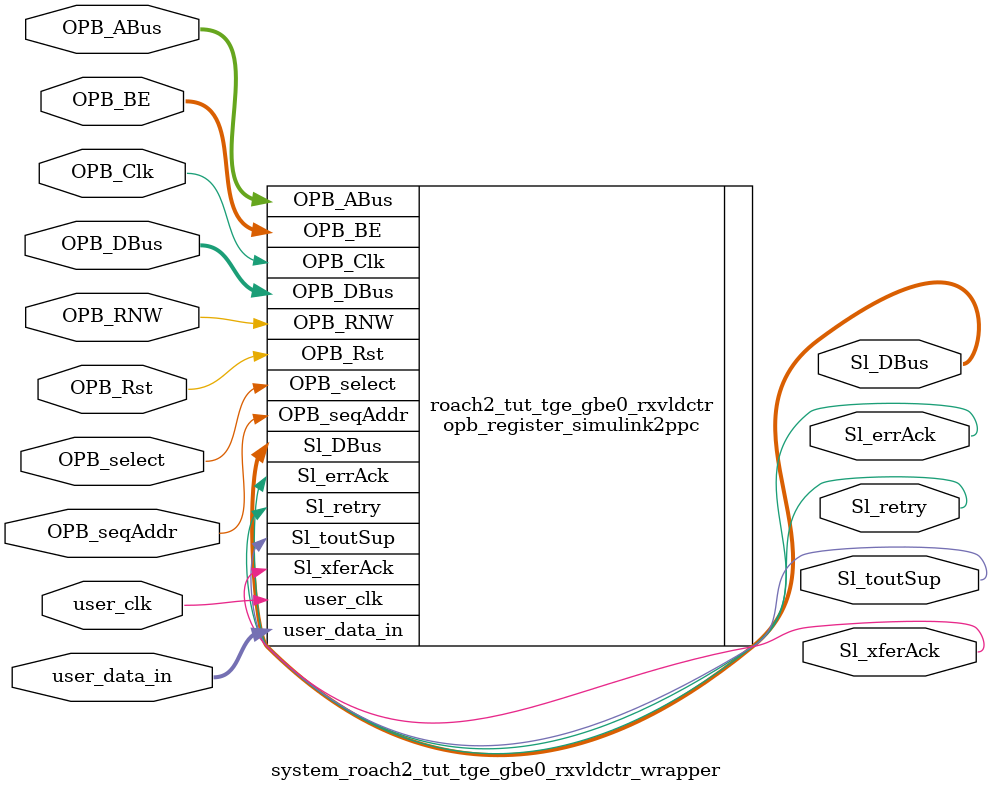
<source format=v>

module system_roach2_tut_tge_gbe0_rxvldctr_wrapper
  (
    OPB_Clk,
    OPB_Rst,
    Sl_DBus,
    Sl_errAck,
    Sl_retry,
    Sl_toutSup,
    Sl_xferAck,
    OPB_ABus,
    OPB_BE,
    OPB_DBus,
    OPB_RNW,
    OPB_select,
    OPB_seqAddr,
    user_data_in,
    user_clk
  );
  input OPB_Clk;
  input OPB_Rst;
  output [0:31] Sl_DBus;
  output Sl_errAck;
  output Sl_retry;
  output Sl_toutSup;
  output Sl_xferAck;
  input [0:31] OPB_ABus;
  input [0:3] OPB_BE;
  input [0:31] OPB_DBus;
  input OPB_RNW;
  input OPB_select;
  input OPB_seqAddr;
  input [31:0] user_data_in;
  input user_clk;

  opb_register_simulink2ppc
    #(
      .C_BASEADDR ( 32'h01040200 ),
      .C_HIGHADDR ( 32'h010402FF ),
      .C_OPB_AWIDTH ( 32 ),
      .C_OPB_DWIDTH ( 32 ),
      .C_FAMILY ( "virtex6" )
    )
    roach2_tut_tge_gbe0_rxvldctr (
      .OPB_Clk ( OPB_Clk ),
      .OPB_Rst ( OPB_Rst ),
      .Sl_DBus ( Sl_DBus ),
      .Sl_errAck ( Sl_errAck ),
      .Sl_retry ( Sl_retry ),
      .Sl_toutSup ( Sl_toutSup ),
      .Sl_xferAck ( Sl_xferAck ),
      .OPB_ABus ( OPB_ABus ),
      .OPB_BE ( OPB_BE ),
      .OPB_DBus ( OPB_DBus ),
      .OPB_RNW ( OPB_RNW ),
      .OPB_select ( OPB_select ),
      .OPB_seqAddr ( OPB_seqAddr ),
      .user_data_in ( user_data_in ),
      .user_clk ( user_clk )
    );

endmodule


</source>
